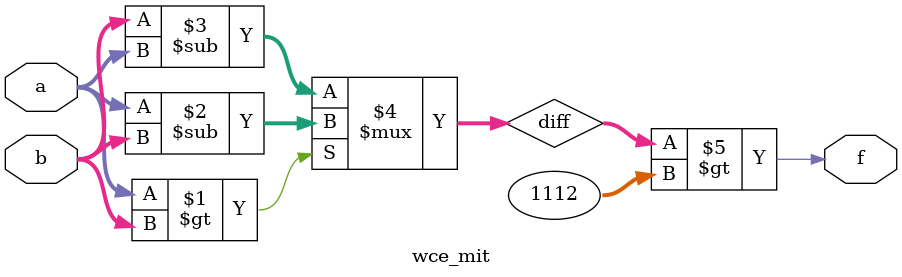
<source format=v>
module wce_mit(a, b, f);
parameter _bit = 33;
parameter wce = 1112;
input [_bit - 1: 0] a;
input [_bit - 1: 0] b;
output f;
wire [_bit - 1: 0] diff;
assign diff = (a > b)? (a - b): (b - a);
assign f = (diff > wce);
endmodule

</source>
